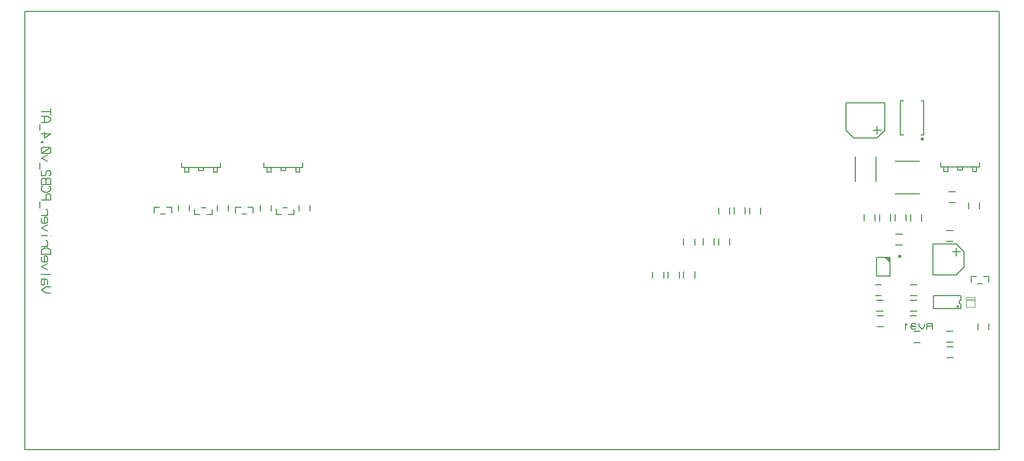
<source format=gbr>
G04 PROTEUS RS274X GERBER FILE*
%FSLAX45Y45*%
%MOMM*%
G01*
%ADD41C,0.203200*%
%ADD43C,0.250000*%
%ADD42C,0.200000*%
%ADD44C,0.101600*%
%ADD45C,0.100000*%
D41*
X-7429500Y-4254500D02*
X+8509000Y-4254500D01*
X+8509000Y+2921000D01*
X-7429500Y+2921000D01*
X-7429500Y-4254500D01*
X+8051800Y-1424940D02*
X+8140700Y-1424940D01*
X+8158480Y-1536700D02*
X+8229600Y-1536700D01*
X+8051800Y-1424940D02*
X+8051800Y-1516380D01*
X+8341360Y-1518920D02*
X+8341360Y-1424940D01*
X+8255000Y-1424940D01*
X+8191500Y+452120D02*
X+8191500Y+375920D01*
X+7556500Y+375920D01*
X+7556500Y+452120D01*
X+7912100Y+375920D02*
X+7912100Y+325120D01*
X+7835900Y+325120D01*
X+7835900Y+375920D01*
X+8140700Y+375920D02*
X+8140700Y+299720D01*
X+8077200Y+299720D01*
X+8077200Y+375920D01*
X+7607300Y+375920D02*
X+7607300Y+299720D01*
X+7670800Y+299720D01*
X+7670800Y+375920D02*
X+7670800Y+299720D01*
D43*
X+7259100Y+834620D02*
X+7259057Y+835659D01*
X+7258705Y+837738D01*
X+7257968Y+839817D01*
X+7256764Y+841896D01*
X+7254923Y+843946D01*
X+7252844Y+845449D01*
X+7250765Y+846406D01*
X+7248686Y+846945D01*
X+7246607Y+847120D01*
X+7246600Y+847120D01*
X+7234100Y+834620D02*
X+7234143Y+835659D01*
X+7234495Y+837738D01*
X+7235232Y+839817D01*
X+7236436Y+841896D01*
X+7238277Y+843946D01*
X+7240356Y+845449D01*
X+7242435Y+846406D01*
X+7244514Y+846945D01*
X+7246593Y+847120D01*
X+7246600Y+847120D01*
X+7234100Y+834620D02*
X+7234143Y+833581D01*
X+7234495Y+831502D01*
X+7235232Y+829423D01*
X+7236436Y+827344D01*
X+7238277Y+825294D01*
X+7240356Y+823791D01*
X+7242435Y+822834D01*
X+7244514Y+822295D01*
X+7246593Y+822120D01*
X+7246600Y+822120D01*
X+7259100Y+834620D02*
X+7259057Y+833581D01*
X+7258705Y+831502D01*
X+7257968Y+829423D01*
X+7256764Y+827344D01*
X+7254923Y+825294D01*
X+7252844Y+823791D01*
X+7250765Y+822834D01*
X+7248686Y+822295D01*
X+7246607Y+822120D01*
X+7246600Y+822120D01*
D42*
X+7231600Y+899620D02*
X+7276600Y+899620D01*
X+7276600Y+1459620D01*
X+7231600Y+1459620D01*
X+6941600Y+899620D02*
X+6896600Y+899620D01*
X+6896600Y+1459620D01*
X+6941600Y+1459620D01*
D44*
X+7969100Y-1793340D02*
X+8109100Y-1793340D01*
X+7969100Y-1813340D02*
X+8109100Y-1813340D01*
X+7969100Y-1923340D02*
X+8109100Y-1923340D01*
X+8109100Y-1763340D01*
X+7969100Y-1763340D01*
X+7969100Y-1923340D01*
D42*
X+6805600Y+463120D02*
X+7205600Y+463120D01*
X+6805600Y-66880D02*
X+7205600Y-66880D01*
D41*
X+6642100Y+978120D02*
X+6515100Y+851120D01*
X+6134100Y+851120D01*
X+6007100Y+978120D01*
X+6007100Y+1422620D01*
X+6642100Y+1422620D01*
X+6642100Y+978120D01*
X+6515100Y+914620D02*
X+6515100Y+1041620D01*
X+6578600Y+978120D02*
X+6451600Y+978120D01*
D43*
X+6890100Y-1086400D02*
X+6890057Y-1085361D01*
X+6889705Y-1083282D01*
X+6888968Y-1081203D01*
X+6887764Y-1079124D01*
X+6885923Y-1077074D01*
X+6883844Y-1075571D01*
X+6881765Y-1074614D01*
X+6879686Y-1074075D01*
X+6877607Y-1073900D01*
X+6877600Y-1073900D01*
X+6865100Y-1086400D02*
X+6865143Y-1085361D01*
X+6865495Y-1083282D01*
X+6866232Y-1081203D01*
X+6867436Y-1079124D01*
X+6869277Y-1077074D01*
X+6871356Y-1075571D01*
X+6873435Y-1074614D01*
X+6875514Y-1074075D01*
X+6877593Y-1073900D01*
X+6877600Y-1073900D01*
X+6865100Y-1086400D02*
X+6865143Y-1087439D01*
X+6865495Y-1089518D01*
X+6866232Y-1091597D01*
X+6867436Y-1093676D01*
X+6869277Y-1095726D01*
X+6871356Y-1097229D01*
X+6873435Y-1098186D01*
X+6875514Y-1098725D01*
X+6877593Y-1098900D01*
X+6877600Y-1098900D01*
X+6890100Y-1086400D02*
X+6890057Y-1087439D01*
X+6889705Y-1089518D01*
X+6888968Y-1091597D01*
X+6887764Y-1093676D01*
X+6885923Y-1095726D01*
X+6883844Y-1097229D01*
X+6881765Y-1098186D01*
X+6879686Y-1098725D01*
X+6877607Y-1098900D01*
X+6877600Y-1098900D01*
D42*
X+6727600Y-1416400D02*
X+6507600Y-1416400D01*
X+6507600Y-1106400D01*
X+6727600Y-1106400D01*
X+6727600Y-1416400D01*
D45*
X+6727600Y-1116400D02*
X+6717600Y-1106400D01*
X+6727600Y-1126400D02*
X+6707600Y-1106400D01*
X+6727600Y-1136400D02*
X+6697600Y-1106400D01*
X+6727600Y-1146400D02*
X+6687600Y-1106400D01*
X+6727600Y-1156400D02*
X+6677600Y-1106400D01*
X+6727600Y-1166400D02*
X+6667600Y-1106400D01*
X+6727600Y-1176400D02*
X+6657600Y-1106400D01*
X+6727600Y-1186400D02*
X+6647600Y-1106400D01*
X+6727600Y-1196400D02*
X+6637600Y-1106400D01*
D41*
X+7881620Y-1948180D02*
X+7881620Y-1867218D01*
X+7870999Y-1865136D01*
X+7862433Y-1859416D01*
X+7856714Y-1850851D01*
X+7854632Y-1840230D01*
X+7881620Y-1813242D02*
X+7870999Y-1815324D01*
X+7862433Y-1821044D01*
X+7856714Y-1829609D01*
X+7854632Y-1840230D01*
X+7881620Y-1813242D02*
X+7881620Y-1732280D01*
X+7434580Y-1871980D02*
X+7434580Y-1808480D01*
X+7848600Y-1948180D02*
X+7467600Y-1948180D01*
X+7848600Y-1732280D02*
X+7467600Y-1732280D01*
X+7848600Y-1948180D02*
X+7881620Y-1948180D01*
X+7881620Y-1732280D02*
X+7848600Y-1732280D01*
X+7434580Y-1808480D02*
X+7434580Y-1732280D01*
X+7467600Y-1732280D01*
X+7467600Y-1948180D02*
X+7434580Y-1948180D01*
X+7434580Y-1871980D01*
X+7842504Y-1912620D02*
X+7842469Y-1911775D01*
X+7842182Y-1910084D01*
X+7841583Y-1908393D01*
X+7840603Y-1906702D01*
X+7839103Y-1905034D01*
X+7837412Y-1903814D01*
X+7835721Y-1903038D01*
X+7834030Y-1902601D01*
X+7832344Y-1902460D01*
X+7822184Y-1912620D02*
X+7822219Y-1911775D01*
X+7822506Y-1910084D01*
X+7823105Y-1908393D01*
X+7824085Y-1906702D01*
X+7825585Y-1905034D01*
X+7827276Y-1903814D01*
X+7828967Y-1903038D01*
X+7830658Y-1902601D01*
X+7832344Y-1902460D01*
X+7822184Y-1912620D02*
X+7822219Y-1913465D01*
X+7822506Y-1915156D01*
X+7823105Y-1916847D01*
X+7824085Y-1918538D01*
X+7825585Y-1920206D01*
X+7827276Y-1921426D01*
X+7828967Y-1922202D01*
X+7830658Y-1922639D01*
X+7832344Y-1922780D01*
X+7842504Y-1912620D02*
X+7842469Y-1913465D01*
X+7842182Y-1915156D01*
X+7841583Y-1916847D01*
X+7840603Y-1918538D01*
X+7839103Y-1920206D01*
X+7837412Y-1921426D01*
X+7835721Y-1922202D01*
X+7834030Y-1922639D01*
X+7832344Y-1922780D01*
D42*
X+6494600Y+542620D02*
X+6494600Y+132620D01*
X+6154600Y+542620D02*
X+6154600Y+132620D01*
D41*
X+7810500Y-889000D02*
X+7937500Y-1016000D01*
X+7937500Y-1270000D01*
X+7810500Y-1397000D01*
X+7429500Y-1397000D01*
X+7429500Y-889000D01*
X+7810500Y-889000D01*
X+7874000Y-1016000D02*
X+7747000Y-1016000D01*
X+7810500Y-952500D02*
X+7810500Y-1079500D01*
D42*
X+7753600Y-844380D02*
X+7643600Y-844380D01*
X+7753600Y-664380D02*
X+7643600Y-664380D01*
X+6610600Y-2241380D02*
X+6510600Y-2241380D01*
X+6610600Y-2061380D02*
X+6510600Y-2061380D01*
X+6583100Y-1733380D02*
X+6483100Y-1733380D01*
X+6583100Y-1553380D02*
X+6483100Y-1553380D01*
X+6298100Y-504880D02*
X+6298100Y-404880D01*
X+6478100Y-504880D02*
X+6478100Y-404880D01*
X+6806100Y-504880D02*
X+6806100Y-404880D01*
X+6986100Y-504880D02*
X+6986100Y-404880D01*
X+7154600Y-2241380D02*
X+7054600Y-2241380D01*
X+7154600Y-2061380D02*
X+7054600Y-2061380D01*
X+8345000Y-2190500D02*
X+8345000Y-2290500D01*
X+8165000Y-2190500D02*
X+8165000Y-2290500D01*
X+7753600Y-2495380D02*
X+7643600Y-2495380D01*
X+7753600Y-2315380D02*
X+7643600Y-2315380D01*
X+7240100Y-404880D02*
X+7240100Y-514880D01*
X+7060100Y-404880D02*
X+7060100Y-514880D01*
X+8192600Y-214380D02*
X+8192600Y-314380D01*
X+8012600Y-214380D02*
X+8012600Y-314380D01*
X+7689600Y-29380D02*
X+7789600Y-29380D01*
X+7689600Y-209380D02*
X+7789600Y-209380D01*
X+7753600Y-2749380D02*
X+7653600Y-2749380D01*
X+7753600Y-2569380D02*
X+7653600Y-2569380D01*
X+6732100Y-404880D02*
X+6732100Y-514880D01*
X+6552100Y-404880D02*
X+6552100Y-514880D01*
X+6928100Y-907880D02*
X+6818100Y-907880D01*
X+6928100Y-727880D02*
X+6818100Y-727880D01*
X+7164600Y-1733380D02*
X+7054600Y-1733380D01*
X+7164600Y-1553380D02*
X+7054600Y-1553380D01*
X+7164600Y-1987380D02*
X+7054600Y-1987380D01*
X+7164600Y-1807380D02*
X+7054600Y-1807380D01*
X+6610600Y-1987380D02*
X+6500600Y-1987380D01*
X+6610600Y-1807380D02*
X+6500600Y-1807380D01*
D41*
X-4229100Y+444500D02*
X-4229100Y+368300D01*
X-4864100Y+368300D01*
X-4864100Y+444500D01*
X-4508500Y+368300D02*
X-4508500Y+317500D01*
X-4584700Y+317500D01*
X-4584700Y+368300D01*
X-4279900Y+368300D02*
X-4279900Y+292100D01*
X-4343400Y+292100D01*
X-4343400Y+368300D01*
X-4813300Y+368300D02*
X-4813300Y+292100D01*
X-4749800Y+292100D01*
X-4749800Y+368300D02*
X-4749800Y+292100D01*
X-2882900Y+444500D02*
X-2882900Y+368300D01*
X-3517900Y+368300D01*
X-3517900Y+444500D01*
X-3162300Y+368300D02*
X-3162300Y+317500D01*
X-3238500Y+317500D01*
X-3238500Y+368300D01*
X-2933700Y+368300D02*
X-2933700Y+292100D01*
X-2997200Y+292100D01*
X-2997200Y+368300D01*
X-3467100Y+368300D02*
X-3467100Y+292100D01*
X-3403600Y+292100D01*
X-3403600Y+368300D02*
X-3403600Y+292100D01*
X-5318760Y-289560D02*
X-5229860Y-289560D01*
X-5212080Y-401320D02*
X-5140960Y-401320D01*
X-5318760Y-289560D02*
X-5318760Y-381000D01*
X-5029200Y-383540D02*
X-5029200Y-289560D01*
X-5115560Y-289560D01*
X-3985260Y-289560D02*
X-3896360Y-289560D01*
X-3878580Y-401320D02*
X-3807460Y-401320D01*
X-3985260Y-289560D02*
X-3985260Y-381000D01*
X-3695700Y-383540D02*
X-3695700Y-289560D01*
X-3782060Y-289560D01*
X-4363720Y-408940D02*
X-4452620Y-408940D01*
X-4470400Y-297180D02*
X-4541520Y-297180D01*
X-4363720Y-408940D02*
X-4363720Y-317500D01*
X-4653280Y-314960D02*
X-4653280Y-408940D01*
X-4566920Y-408940D01*
X-3030220Y-408940D02*
X-3119120Y-408940D01*
X-3136900Y-297180D02*
X-3208020Y-297180D01*
X-3030220Y-408940D02*
X-3030220Y-317500D01*
X-3319780Y-314960D02*
X-3319780Y-408940D01*
X-3233420Y-408940D01*
D42*
X-4736000Y-249500D02*
X-4736000Y-349500D01*
X-4916000Y-249500D02*
X-4916000Y-349500D01*
X-4101000Y-249500D02*
X-4101000Y-349500D01*
X-4281000Y-249500D02*
X-4281000Y-349500D01*
X-3402500Y-249500D02*
X-3402500Y-349500D01*
X-3582500Y-249500D02*
X-3582500Y-349500D01*
X-2767500Y-249500D02*
X-2767500Y-349500D01*
X-2947500Y-249500D02*
X-2947500Y-349500D01*
X+3529000Y-1337500D02*
X+3529000Y-1447500D01*
X+3349000Y-1337500D02*
X+3349000Y-1447500D01*
X+3846500Y-793500D02*
X+3846500Y-903500D01*
X+3666500Y-793500D02*
X+3666500Y-903500D01*
X+4354500Y-285500D02*
X+4354500Y-395500D01*
X+4174500Y-285500D02*
X+4174500Y-395500D01*
X+2841000Y-1447500D02*
X+2841000Y-1347500D01*
X+3021000Y-1447500D02*
X+3021000Y-1347500D01*
X+3349000Y-903500D02*
X+3349000Y-803500D01*
X+3529000Y-903500D02*
X+3529000Y-803500D01*
X+3920500Y-903500D02*
X+3920500Y-803500D01*
X+4100500Y-903500D02*
X+4100500Y-803500D01*
X+3095000Y-1447500D02*
X+3095000Y-1347500D01*
X+3275000Y-1447500D02*
X+3275000Y-1347500D01*
X+3920500Y-395500D02*
X+3920500Y-295500D01*
X+4100500Y-395500D02*
X+4100500Y-295500D01*
X+4428500Y-395500D02*
X+4428500Y-295500D01*
X+4608500Y-395500D02*
X+4608500Y-295500D01*
X+7216000Y-2503000D02*
X+7116000Y-2503000D01*
X+7216000Y-2323000D02*
X+7116000Y-2323000D01*
D41*
X+7420000Y-2282520D02*
X+7420000Y-2191080D01*
X+7340625Y-2191080D01*
X+7324750Y-2206320D01*
X+7324750Y-2221560D01*
X+7340625Y-2236800D01*
X+7420000Y-2236800D01*
X+7340625Y-2236800D02*
X+7324750Y-2252040D01*
X+7324750Y-2282520D01*
X+7293000Y-2191080D02*
X+7293000Y-2236800D01*
X+7245375Y-2282520D01*
X+7197750Y-2236800D01*
X+7197750Y-2191080D01*
X+7150125Y-2206320D02*
X+7134250Y-2191080D01*
X+7086625Y-2191080D01*
X+7070750Y-2206320D01*
X+7070750Y-2221560D01*
X+7086625Y-2236800D01*
X+7070750Y-2252040D01*
X+7070750Y-2267280D01*
X+7086625Y-2282520D01*
X+7134250Y-2282520D01*
X+7150125Y-2267280D01*
X+7118375Y-2236800D02*
X+7086625Y-2236800D01*
X+7007250Y-2221560D02*
X+6975500Y-2191080D01*
X+6975500Y-2282520D01*
X-7010400Y-1689100D02*
X-7086600Y-1689100D01*
X-7162800Y-1641475D01*
X-7086600Y-1593850D01*
X-7010400Y-1593850D01*
X-7061200Y-1546225D02*
X-7061200Y-1482725D01*
X-7086600Y-1466850D01*
X-7162800Y-1466850D01*
X-7162800Y-1546225D01*
X-7137400Y-1562100D01*
X-7112000Y-1546225D01*
X-7112000Y-1466850D01*
X-7010400Y-1387475D02*
X-7162800Y-1387475D01*
X-7061200Y-1308100D02*
X-7162800Y-1260475D01*
X-7061200Y-1212850D01*
X-7112000Y-1181100D02*
X-7112000Y-1085850D01*
X-7086600Y-1085850D01*
X-7061200Y-1101725D01*
X-7061200Y-1165225D01*
X-7086600Y-1181100D01*
X-7137400Y-1181100D01*
X-7162800Y-1165225D01*
X-7162800Y-1101725D01*
X-7162800Y-1054100D02*
X-7010400Y-1054100D01*
X-7010400Y-990600D01*
X-7061200Y-958850D01*
X-7112000Y-958850D01*
X-7162800Y-990600D01*
X-7162800Y-1054100D01*
X-7162800Y-927100D02*
X-7061200Y-927100D01*
X-7086600Y-927100D02*
X-7061200Y-911225D01*
X-7061200Y-847725D01*
X-7086600Y-831850D01*
X-7061200Y-752475D02*
X-7162800Y-752475D01*
X-7010400Y-752475D02*
X-7010400Y-752475D01*
X-7061200Y-673100D02*
X-7162800Y-625475D01*
X-7061200Y-577850D01*
X-7112000Y-546100D02*
X-7112000Y-450850D01*
X-7086600Y-450850D01*
X-7061200Y-466725D01*
X-7061200Y-530225D01*
X-7086600Y-546100D01*
X-7137400Y-546100D01*
X-7162800Y-530225D01*
X-7162800Y-466725D01*
X-7162800Y-419100D02*
X-7061200Y-419100D01*
X-7086600Y-419100D02*
X-7061200Y-403225D01*
X-7061200Y-339725D01*
X-7086600Y-323850D01*
X-7188200Y-292100D02*
X-7188200Y-196850D01*
X-7162800Y-165100D02*
X-7010400Y-165100D01*
X-7010400Y-85725D01*
X-7035800Y-69850D01*
X-7061200Y-69850D01*
X-7086600Y-85725D01*
X-7086600Y-165100D01*
X-7137400Y+57150D02*
X-7162800Y+41275D01*
X-7162800Y-6350D01*
X-7112000Y-38100D01*
X-7061200Y-38100D01*
X-7010400Y-6350D01*
X-7010400Y+41275D01*
X-7035800Y+57150D01*
X-7162800Y+88900D02*
X-7010400Y+88900D01*
X-7010400Y+168275D01*
X-7035800Y+184150D01*
X-7061200Y+184150D01*
X-7086600Y+168275D01*
X-7112000Y+184150D01*
X-7137400Y+184150D01*
X-7162800Y+168275D01*
X-7162800Y+88900D01*
X-7086600Y+88900D02*
X-7086600Y+168275D01*
X-7035800Y+231775D02*
X-7010400Y+247650D01*
X-7010400Y+295275D01*
X-7035800Y+311150D01*
X-7061200Y+311150D01*
X-7086600Y+295275D01*
X-7086600Y+247650D01*
X-7112000Y+231775D01*
X-7162800Y+231775D01*
X-7162800Y+311150D01*
X-7188200Y+342900D02*
X-7188200Y+438150D01*
X-7061200Y+469900D02*
X-7162800Y+517525D01*
X-7061200Y+565150D01*
X-7137400Y+596900D02*
X-7035800Y+596900D01*
X-7010400Y+612775D01*
X-7010400Y+676275D01*
X-7035800Y+692150D01*
X-7137400Y+692150D01*
X-7162800Y+676275D01*
X-7162800Y+612775D01*
X-7137400Y+596900D01*
X-7162800Y+596900D02*
X-7010400Y+692150D01*
X-7137400Y+771525D02*
X-7137400Y+787400D01*
X-7162800Y+787400D01*
X-7162800Y+771525D01*
X-7137400Y+771525D01*
X-7112000Y+946150D02*
X-7112000Y+850900D01*
X-7010400Y+914400D01*
X-7162800Y+914400D01*
X-7188200Y+977900D02*
X-7188200Y+1073150D01*
X-7162800Y+1104900D02*
X-7061200Y+1104900D01*
X-7010400Y+1136650D01*
X-7010400Y+1168400D01*
X-7061200Y+1200150D01*
X-7162800Y+1200150D01*
X-7112000Y+1104900D02*
X-7112000Y+1200150D01*
X-7010400Y+1231900D02*
X-7010400Y+1327150D01*
X-7010400Y+1279525D02*
X-7162800Y+1279525D01*
M02*

</source>
